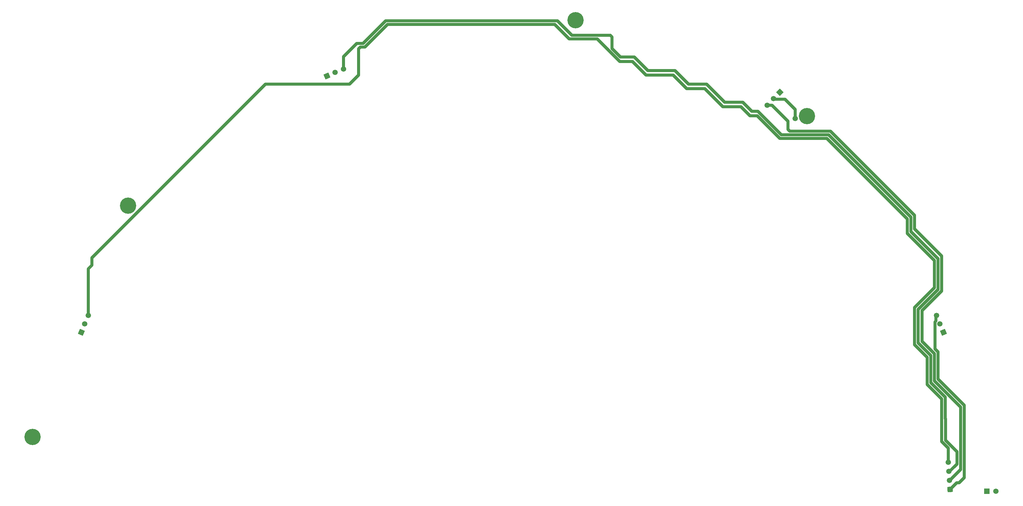
<source format=gtl>
G04*
G04 #@! TF.GenerationSoftware,Altium Limited,Altium Designer,20.1.14 (287)*
G04*
G04 Layer_Physical_Order=1*
G04 Layer_Color=255*
%FSLAX24Y24*%
%MOIN*%
G70*
G04*
G04 #@! TF.SameCoordinates,F37E473B-A4F1-4144-8FAB-8DA16429EA7E*
G04*
G04*
G04 #@! TF.FilePolarity,Positive*
G04*
G01*
G75*
%ADD12C,0.0320*%
%ADD13C,0.1800*%
%ADD14P,0.0835X4X157.5*%
%ADD15C,0.0591*%
%ADD16P,0.0835X4X270.0*%
%ADD17P,0.0835X4X67.5*%
%ADD18P,0.0835X4X112.5*%
%ADD19R,0.0591X0.0591*%
%ADD20P,0.0835X4X139.0*%
%ADD21C,0.0591*%
G54D12*
X-44000Y26000D02*
Y26800D01*
X-24800Y46000D01*
X-15500D01*
X33800Y42200D02*
Y43200D01*
X32654Y44346D02*
X33800Y43200D01*
X31439Y44346D02*
X32654D01*
X33200Y40800D02*
X37700D01*
X32267Y40400D02*
X37500D01*
X32100Y40000D02*
X37300D01*
X46200Y31100D01*
X29600Y42500D02*
X32100Y40000D01*
X37500Y40400D02*
X46600Y31300D01*
X29667Y43000D02*
X32267Y40400D01*
X37700Y40800D02*
X47000Y31500D01*
X33000Y41000D02*
X33200Y40800D01*
X33000Y41000D02*
Y41900D01*
X31214Y43686D02*
X33000Y41900D01*
X46200Y29500D02*
Y31100D01*
X46600Y29700D02*
Y31300D01*
X47000Y30000D02*
Y31500D01*
X31393Y44393D02*
X31439Y44346D01*
X30686Y43686D02*
X31214D01*
X29000Y43000D02*
X29667D01*
X28000Y44000D02*
X29000Y43000D01*
X28800Y42500D02*
X29600D01*
X27800Y43500D02*
X28800Y42500D01*
X-11500Y53000D02*
X7500D01*
X9100Y51400D01*
X13533Y49933D02*
Y51213D01*
X9100Y51400D02*
X13345D01*
X13533Y51213D01*
X8800Y51000D02*
X11900D01*
X14400Y48500D01*
X7200Y52600D02*
X8800Y51000D01*
X-11300Y52600D02*
X7200D01*
X-13800Y50100D02*
X-11300Y52600D01*
X14400Y48500D02*
X15800D01*
X48400Y12800D02*
X50000Y11200D01*
X47000Y17200D02*
X48400Y15800D01*
Y12800D02*
Y15800D01*
X47400Y17400D02*
X48800Y16000D01*
Y13000D02*
Y16000D01*
Y13000D02*
X50400Y11400D01*
X49265Y16729D02*
X49600Y16393D01*
Y13400D02*
X52500Y10500D01*
X49600Y13400D02*
Y16393D01*
X50940Y1205D02*
X51665Y1930D01*
X51930D01*
X52500Y2500D01*
Y10500D01*
X50902Y2202D02*
X52100Y3400D01*
X49200Y13200D02*
X52100Y10300D01*
Y3400D02*
Y10300D01*
X50870Y2202D02*
X50902D01*
X49200Y13200D02*
Y16200D01*
X49265Y19722D02*
X49366Y19823D01*
Y20372D01*
X49265Y16729D02*
Y19722D01*
X49366Y20372D02*
X49417Y20424D01*
X47833Y17567D02*
X49200Y16200D01*
X47833Y17567D02*
Y20967D01*
X47000Y17200D02*
Y21300D01*
X47400Y17400D02*
Y21100D01*
X50000Y23134D02*
Y27000D01*
X47833Y20967D02*
X50000Y23134D01*
X47000Y30000D02*
X50000Y27000D01*
X50800Y3200D02*
X50873D01*
X51378Y3704D01*
X51404D01*
X51700Y4000D01*
X50433Y6633D02*
X51700Y5366D01*
Y4000D02*
Y5366D01*
X50433Y6633D02*
Y9000D01*
X50400Y9033D02*
Y11400D01*
Y9033D02*
X50433Y9000D01*
X50000Y6500D02*
Y11200D01*
Y6500D02*
X50730Y5770D01*
X47000Y21300D02*
X49200Y23500D01*
X47400Y21100D02*
X49600Y23300D01*
X46600Y29700D02*
X49600Y26700D01*
Y23300D02*
Y26700D01*
X46200Y29500D02*
X49200Y26500D01*
Y23500D02*
Y26500D01*
X26000Y44000D02*
X28000D01*
X24000Y46000D02*
X26000Y44000D01*
X20500Y47500D02*
X22000Y46000D01*
X24000D01*
X21800Y45500D02*
X23800D01*
X20300Y47000D02*
X21800Y45500D01*
X23800D02*
X25800Y43500D01*
X27800D01*
X17500Y47500D02*
X20500D01*
X16000Y49000D02*
X17500Y47500D01*
X14466Y49000D02*
X16000D01*
X13533Y49933D02*
X14466Y49000D01*
X-14000Y50500D02*
X-11500Y53000D01*
X-14500Y49913D02*
X-14313Y50100D01*
X-14500Y47000D02*
Y49913D01*
X-15500Y46000D02*
X-14500Y47000D01*
X-14313Y50100D02*
X-13800D01*
X-14700Y50500D02*
X-14000D01*
X-16176Y47683D02*
Y49024D01*
X-14700Y50500D01*
X50730Y4198D02*
Y5770D01*
X17300Y47000D02*
X20300D01*
X15800Y48500D02*
X17300Y47000D01*
X-44417Y20424D02*
Y25583D01*
X-44000Y26000D01*
G54D13*
X-39996Y32576D02*
D03*
X-50580Y7007D02*
D03*
X35097Y42475D02*
D03*
X9486Y53085D02*
D03*
G54D14*
X50183Y18576D02*
D03*
G54D15*
X49800Y19500D02*
D03*
X49417Y20424D02*
D03*
X31393Y44393D02*
D03*
X30686Y43686D02*
D03*
X-17100Y47300D02*
D03*
X-16176Y47683D02*
D03*
X-44800Y19500D02*
D03*
X-44417Y20424D02*
D03*
X56000Y1000D02*
D03*
X50730Y4198D02*
D03*
X50800Y3200D02*
D03*
X50870Y2202D02*
D03*
G54D16*
X32100Y45100D02*
D03*
G54D17*
X-18024Y46917D02*
D03*
G54D18*
X-45183Y18576D02*
D03*
G54D19*
X55000Y1000D02*
D03*
G54D20*
X50940Y1205D02*
D03*
G54D21*
X33800Y42200D02*
D03*
M02*

</source>
